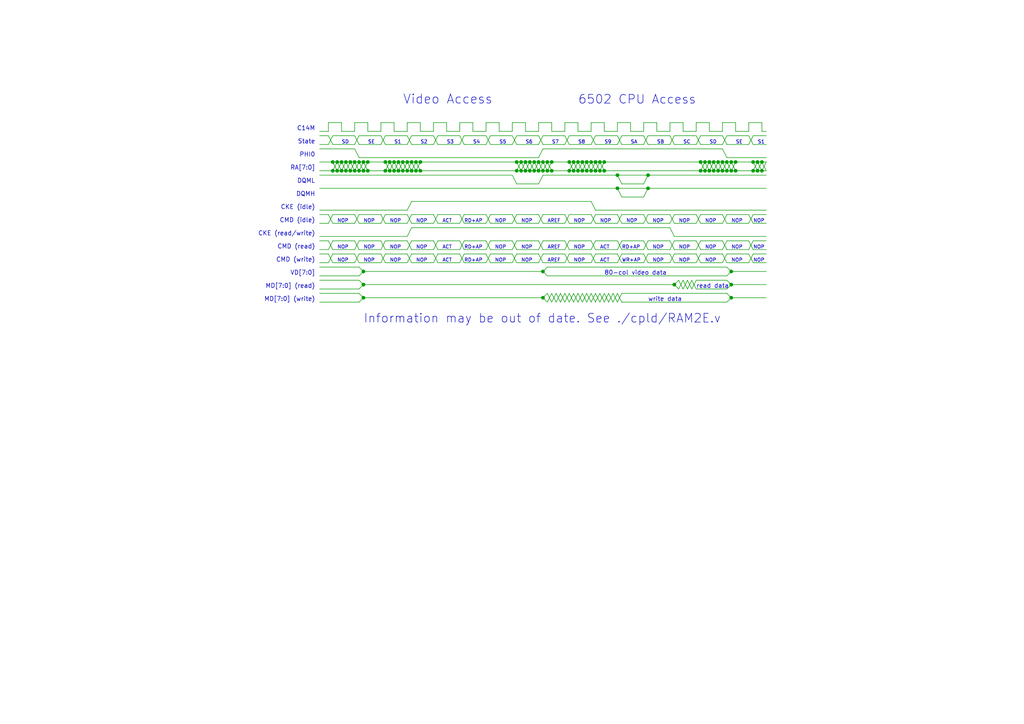
<source format=kicad_sch>
(kicad_sch (version 20230121) (generator eeschema)
  (paper "A4")
  (title_block (title "GW4203B (RAM2E II) - EPM240 / 5M240Z / AG256") (date "2023-10-21") (rev "2.1") (company "Garrett's Workshop"))
  (lib_symbols)
  (junction (at 219.71 49.53))
  (junction (at 157.48 49.53))
  (junction (at 203.2 46.99))
  (junction (at 172.72 49.53))
  (junction (at 168.91 49.53))
  (junction (at 120.65 46.99))
  (junction (at 116.84 46.99))
  (junction (at 111.76 46.99))
  (junction (at 119.38 46.99))
  (junction (at 187.96 54.61))
  (junction (at 212.09 46.99))
  (junction (at 167.64 49.53))
  (junction (at 104.14 49.53))
  (junction (at 118.11 49.53))
  (junction (at 160.02 46.99))
  (junction (at 210.82 49.53))
  (junction (at 158.75 46.99))
  (junction (at 102.87 49.53))
  (junction (at 97.79 46.99))
  (junction (at 218.44 49.53))
  (junction (at 96.52 46.99))
  (junction (at 153.67 46.99))
  (junction (at 105.41 86.36))
  (junction (at 175.26 46.99))
  (junction (at 212.09 82.55))
  (junction (at 153.67 49.53))
  (junction (at 104.14 46.99))
  (junction (at 173.99 49.53))
  (junction (at 105.41 46.99))
  (junction (at 207.01 49.53))
  (junction (at 218.44 46.99))
  (junction (at 160.02 49.53))
  (junction (at 99.06 46.99))
  (junction (at 156.21 49.53))
  (junction (at 165.1 49.53))
  (junction (at 179.07 54.61))
  (junction (at 116.84 49.53))
  (junction (at 101.6 46.99))
  (junction (at 157.48 86.36))
  (junction (at 152.4 46.99))
  (junction (at 195.58 82.55))
  (junction (at 168.91 46.99))
  (junction (at 149.86 46.99))
  (junction (at 204.47 49.53))
  (junction (at 209.55 49.53))
  (junction (at 120.65 49.53))
  (junction (at 151.13 46.99))
  (junction (at 175.26 49.53))
  (junction (at 101.6 49.53))
  (junction (at 179.07 50.8))
  (junction (at 172.72 46.99))
  (junction (at 118.11 46.99))
  (junction (at 154.94 49.53))
  (junction (at 113.03 46.99))
  (junction (at 220.98 49.53))
  (junction (at 187.96 50.8))
  (junction (at 173.99 46.99))
  (junction (at 166.37 49.53))
  (junction (at 114.3 49.53))
  (junction (at 97.79 49.53))
  (junction (at 154.94 46.99))
  (junction (at 100.33 49.53))
  (junction (at 170.18 49.53))
  (junction (at 152.4 49.53))
  (junction (at 209.55 46.99))
  (junction (at 207.01 46.99))
  (junction (at 212.09 78.74))
  (junction (at 111.76 49.53))
  (junction (at 96.52 49.53))
  (junction (at 99.06 49.53))
  (junction (at 105.41 78.74))
  (junction (at 166.37 46.99))
  (junction (at 167.64 46.99))
  (junction (at 102.87 46.99))
  (junction (at 212.09 86.36))
  (junction (at 204.47 46.99))
  (junction (at 213.36 46.99))
  (junction (at 157.48 78.74))
  (junction (at 100.33 46.99))
  (junction (at 105.41 49.53))
  (junction (at 119.38 49.53))
  (junction (at 106.68 46.99))
  (junction (at 121.92 49.53))
  (junction (at 213.36 49.53))
  (junction (at 212.09 49.53))
  (junction (at 171.45 49.53))
  (junction (at 149.86 49.53))
  (junction (at 114.3 46.99))
  (junction (at 210.82 46.99))
  (junction (at 156.21 46.99))
  (junction (at 219.71 46.99))
  (junction (at 170.18 46.99))
  (junction (at 157.48 46.99))
  (junction (at 115.57 49.53))
  (junction (at 208.28 49.53))
  (junction (at 171.45 46.99))
  (junction (at 220.98 46.99))
  (junction (at 115.57 46.99))
  (junction (at 205.74 49.53))
  (junction (at 121.92 46.99))
  (junction (at 205.74 46.99))
  (junction (at 106.68 49.53))
  (junction (at 208.28 46.99))
  (junction (at 158.75 49.53))
  (junction (at 105.41 82.55))
  (junction (at 113.03 49.53))
  (junction (at 151.13 49.53))
  (junction (at 203.2 49.53))
  (junction (at 165.1 46.99))
  (wire (pts (xy 92.71 81.28) (xy 104.14 81.28)))
  (wire (pts (xy 119.38 46.99) (xy 120.65 49.53)))
  (wire (pts (xy 194.31 38.1) (xy 194.31 35.56)))
  (wire (pts (xy 156.21 41.91) (xy 157.48 39.37)))
  (wire (pts (xy 180.34 53.34) (xy 186.69 53.34)))
  (wire (pts (xy 118.11 39.37) (xy 119.38 41.91)))
  (wire (pts (xy 171.45 76.2) (xy 172.72 73.66)))
  (wire (pts (xy 186.69 73.66) (xy 187.96 76.2)))
  (wire (pts (xy 171.45 35.56) (xy 175.26 35.56)))
  (wire (pts (xy 125.73 76.2) (xy 127 73.66)))
  (wire (pts (xy 157.48 78.74) (xy 158.75 77.47)))
  (wire (pts (xy 171.45 39.37) (xy 165.1 39.37)))
  (wire (pts (xy 114.3 38.1) (xy 118.11 38.1)))
  (wire (pts (xy 175.26 85.09) (xy 176.53 87.63)))
  (wire (pts (xy 172.72 64.77) (xy 179.07 64.77)))
  (wire (pts (xy 217.17 72.39) (xy 218.44 69.85)))
  (wire (pts (xy 102.87 73.66) (xy 104.14 76.2)))
  (wire (pts (xy 163.83 85.09) (xy 165.1 87.63)))
  (wire (pts (xy 210.82 72.39) (xy 217.17 72.39)))
  (wire (pts (xy 160.02 38.1) (xy 163.83 38.1)))
  (wire (pts (xy 200.66 83.82) (xy 201.93 81.28)))
  (wire (pts (xy 172.72 85.09) (xy 173.99 87.63)))
  (wire (pts (xy 186.69 76.2) (xy 187.96 73.66)))
  (wire (pts (xy 119.38 49.53) (xy 120.65 49.53)))
  (wire (pts (xy 179.07 69.85) (xy 180.34 72.39)))
  (wire (pts (xy 168.91 87.63) (xy 170.18 85.09)))
  (wire (pts (xy 203.2 46.99) (xy 204.47 49.53)))
  (wire (pts (xy 175.26 35.56) (xy 175.26 38.1)))
  (wire (pts (xy 118.11 73.66) (xy 111.76 73.66)))
  (wire (pts (xy 95.25 39.37) (xy 92.71 39.37)))
  (wire (pts (xy 160.02 85.09) (xy 161.29 87.63)))
  (wire (pts (xy 175.26 87.63) (xy 176.53 85.09)))
  (wire (pts (xy 99.06 49.53) (xy 100.33 49.53)))
  (wire (pts (xy 149.86 76.2) (xy 156.21 76.2)))
  (wire (pts (xy 207.01 49.53) (xy 208.28 46.99)))
  (wire (pts (xy 218.44 49.53) (xy 219.71 49.53)))
  (wire (pts (xy 133.35 72.39) (xy 134.62 69.85)))
  (wire (pts (xy 165.1 85.09) (xy 166.37 87.63)))
  (wire (pts (xy 200.66 81.28) (xy 201.93 83.82)))
  (wire (pts (xy 163.83 69.85) (xy 165.1 72.39)))
  (wire (pts (xy 96.52 46.99) (xy 97.79 49.53)))
  (wire (pts (xy 171.45 46.99) (xy 172.72 46.99)))
  (wire (pts (xy 104.14 49.53) (xy 105.41 46.99)))
  (wire (pts (xy 163.83 72.39) (xy 165.1 69.85)))
  (wire (pts (xy 133.35 73.66) (xy 134.62 76.2)))
  (wire (pts (xy 125.73 35.56) (xy 129.54 35.56)))
  (wire (pts (xy 212.09 82.55) (xy 210.82 83.82)))
  (wire (pts (xy 163.83 69.85) (xy 157.48 69.85)))
  (wire (pts (xy 203.2 64.77) (xy 209.55 64.77)))
  (wire (pts (xy 203.2 72.39) (xy 209.55 72.39)))
  (wire (pts (xy 125.73 72.39) (xy 127 69.85)))
  (wire (pts (xy 118.11 76.2) (xy 119.38 73.66)))
  (wire (pts (xy 194.31 76.2) (xy 195.58 73.66)))
  (wire (pts (xy 114.3 46.99) (xy 115.57 49.53)))
  (wire (pts (xy 125.73 62.23) (xy 127 64.77)))
  (wire (pts (xy 179.07 85.09) (xy 180.34 87.63)))
  (wire (pts (xy 209.55 49.53) (xy 210.82 49.53)))
  (wire (pts (xy 217.17 64.77) (xy 218.44 62.23)))
  (wire (pts (xy 102.87 43.18) (xy 104.14 45.72)))
  (wire (pts (xy 209.55 72.39) (xy 210.82 69.85)))
  (wire (pts (xy 120.65 46.99) (xy 121.92 49.53)))
  (wire (pts (xy 118.11 72.39) (xy 119.38 69.85)))
  (wire (pts (xy 176.53 87.63) (xy 177.8 85.09)))
  (wire (pts (xy 125.73 62.23) (xy 119.38 62.23)))
  (wire (pts (xy 156.21 45.72) (xy 157.48 43.18)))
  (wire (pts (xy 102.87 39.37) (xy 96.52 39.37)))
  (wire (pts (xy 116.84 49.53) (xy 118.11 49.53)))
  (wire (pts (xy 148.59 38.1) (xy 148.59 35.56)))
  (wire (pts (xy 195.58 72.39) (xy 201.93 72.39)))
  (wire (pts (xy 199.39 83.82) (xy 200.66 81.28)))
  (wire (pts (xy 166.37 46.99) (xy 167.64 46.99)))
  (wire (pts (xy 209.55 76.2) (xy 210.82 73.66)))
  (wire (pts (xy 179.07 76.2) (xy 180.34 73.66)))
  (wire (pts (xy 95.25 41.91) (xy 96.52 39.37)))
  (wire (pts (xy 171.45 38.1) (xy 171.45 35.56)))
  (wire (pts (xy 149.86 72.39) (xy 156.21 72.39)))
  (wire (pts (xy 218.44 64.77) (xy 222.25 64.77)))
  (wire (pts (xy 209.55 39.37) (xy 203.2 39.37)))
  (wire (pts (xy 133.35 62.23) (xy 134.62 64.77)))
  (wire (pts (xy 137.16 38.1) (xy 140.97 38.1)))
  (wire (pts (xy 187.96 50.8) (xy 222.25 50.8)))
  (wire (pts (xy 165.1 76.2) (xy 171.45 76.2)))
  (wire (pts (xy 222.25 73.66) (xy 218.44 73.66)))
  (wire (pts (xy 209.55 64.77) (xy 210.82 62.23)))
  (wire (pts (xy 96.52 46.99) (xy 97.79 46.99)))
  (wire (pts (xy 201.93 38.1) (xy 201.93 35.56)))
  (wire (pts (xy 100.33 49.53) (xy 101.6 49.53)))
  (wire (pts (xy 104.14 85.09) (xy 105.41 86.36)))
  (wire (pts (xy 134.62 41.91) (xy 140.97 41.91)))
  (wire (pts (xy 208.28 49.53) (xy 209.55 46.99)))
  (wire (pts (xy 137.16 35.56) (xy 137.16 38.1)))
  (wire (pts (xy 163.83 62.23) (xy 165.1 64.77)))
  (wire (pts (xy 148.59 39.37) (xy 149.86 41.91)))
  (wire (pts (xy 153.67 49.53) (xy 154.94 46.99)))
  (wire (pts (xy 172.72 87.63) (xy 173.99 85.09)))
  (wire (pts (xy 171.45 58.42) (xy 119.38 58.42)))
  (wire (pts (xy 209.55 73.66) (xy 203.2 73.66)))
  (wire (pts (xy 106.68 46.99) (xy 111.76 46.99)))
  (wire (pts (xy 95.25 62.23) (xy 92.71 62.23)))
  (wire (pts (xy 201.93 64.77) (xy 203.2 62.23)))
  (wire (pts (xy 156.21 39.37) (xy 149.86 39.37)))
  (wire (pts (xy 156.21 73.66) (xy 157.48 76.2)))
  (wire (pts (xy 194.31 69.85) (xy 187.96 69.85)))
  (wire (pts (xy 105.41 82.55) (xy 195.58 82.55)))
  (wire (pts (xy 220.98 46.99) (xy 222.25 49.53)))
  (wire (pts (xy 110.49 39.37) (xy 104.14 39.37)))
  (wire (pts (xy 171.45 39.37) (xy 172.72 41.91)))
  (wire (pts (xy 179.07 50.8) (xy 187.96 50.8)))
  (wire (pts (xy 166.37 49.53) (xy 167.64 49.53)))
  (wire (pts (xy 102.87 49.53) (xy 104.14 49.53)))
  (wire (pts (xy 95.25 76.2) (xy 92.71 76.2)))
  (wire (pts (xy 165.1 46.99) (xy 166.37 49.53)))
  (wire (pts (xy 140.97 69.85) (xy 134.62 69.85)))
  (wire (pts (xy 92.71 87.63) (xy 104.14 87.63)))
  (wire (pts (xy 175.26 49.53) (xy 203.2 49.53)))
  (wire (pts (xy 218.44 46.99) (xy 219.71 49.53)))
  (wire (pts (xy 95.25 72.39) (xy 96.52 69.85)))
  (wire (pts (xy 121.92 38.1) (xy 125.73 38.1)))
  (wire (pts (xy 167.64 35.56) (xy 167.64 38.1)))
  (wire (pts (xy 105.41 46.99) (xy 106.68 49.53)))
  (wire (pts (xy 186.69 57.15) (xy 187.96 54.61)))
  (wire (pts (xy 209.55 35.56) (xy 213.36 35.56)))
  (wire (pts (xy 102.87 72.39) (xy 104.14 69.85)))
  (wire (pts (xy 125.73 41.91) (xy 127 39.37)))
  (wire (pts (xy 195.58 41.91) (xy 201.93 41.91)))
  (wire (pts (xy 218.44 72.39) (xy 222.25 72.39)))
  (wire (pts (xy 152.4 35.56) (xy 152.4 38.1)))
  (wire (pts (xy 118.11 49.53) (xy 119.38 49.53)))
  (wire (pts (xy 172.72 41.91) (xy 179.07 41.91)))
  (wire (pts (xy 198.12 83.82) (xy 199.39 81.28)))
  (wire (pts (xy 201.93 73.66) (xy 195.58 73.66)))
  (wire (pts (xy 118.11 39.37) (xy 111.76 39.37)))
  (wire (pts (xy 209.55 46.99) (xy 210.82 46.99)))
  (wire (pts (xy 144.78 35.56) (xy 144.78 38.1)))
  (wire (pts (xy 92.71 83.82) (xy 104.14 83.82)))
  (wire (pts (xy 166.37 46.99) (xy 167.64 49.53)))
  (wire (pts (xy 201.93 41.91) (xy 203.2 39.37)))
  (wire (pts (xy 195.58 76.2) (xy 201.93 76.2)))
  (wire (pts (xy 105.41 49.53) (xy 106.68 49.53)))
  (wire (pts (xy 96.52 64.77) (xy 102.87 64.77)))
  (wire (pts (xy 96.52 49.53) (xy 97.79 46.99)))
  (wire (pts (xy 186.69 62.23) (xy 180.34 62.23)))
  (wire (pts (xy 133.35 76.2) (xy 134.62 73.66)))
  (wire (pts (xy 101.6 46.99) (xy 102.87 46.99)))
  (wire (pts (xy 142.24 72.39) (xy 148.59 72.39)))
  (wire (pts (xy 179.07 39.37) (xy 172.72 39.37)))
  (wire (pts (xy 217.17 62.23) (xy 210.82 62.23)))
  (wire (pts (xy 153.67 49.53) (xy 154.94 49.53)))
  (wire (pts (xy 113.03 46.99) (xy 114.3 46.99)))
  (wire (pts (xy 120.65 49.53) (xy 121.92 46.99)))
  (wire (pts (xy 142.24 41.91) (xy 148.59 41.91)))
  (wire (pts (xy 153.67 46.99) (xy 154.94 46.99)))
  (wire (pts (xy 113.03 49.53) (xy 114.3 46.99)))
  (wire (pts (xy 210.82 46.99) (xy 212.09 46.99)))
  (wire (pts (xy 118.11 73.66) (xy 119.38 76.2)))
  (wire (pts (xy 163.83 62.23) (xy 157.48 62.23)))
  (wire (pts (xy 134.62 72.39) (xy 140.97 72.39)))
  (wire (pts (xy 149.86 46.99) (xy 151.13 49.53)))
  (wire (pts (xy 171.45 41.91) (xy 172.72 39.37)))
  (wire (pts (xy 125.73 69.85) (xy 119.38 69.85)))
  (wire (pts (xy 151.13 49.53) (xy 152.4 46.99)))
  (wire (pts (xy 110.49 39.37) (xy 111.76 41.91)))
  (wire (pts (xy 222.25 69.85) (xy 218.44 69.85)))
  (wire (pts (xy 217.17 39.37) (xy 218.44 41.91)))
  (wire (pts (xy 92.71 54.61) (xy 179.07 54.61)))
  (wire (pts (xy 121.92 46.99) (xy 149.86 46.99)))
  (wire (pts (xy 209.55 43.18) (xy 210.82 45.72)))
  (wire (pts (xy 209.55 38.1) (xy 209.55 35.56)))
  (wire (pts (xy 170.18 85.09) (xy 171.45 87.63)))
  (wire (pts (xy 186.69 39.37) (xy 180.34 39.37)))
  (wire (pts (xy 167.64 85.09) (xy 168.91 87.63)))
  (wire (pts (xy 210.82 46.99) (xy 212.09 49.53)))
  (wire (pts (xy 212.09 46.99) (xy 213.36 46.99)))
  (wire (pts (xy 95.25 64.77) (xy 96.52 62.23)))
  (wire (pts (xy 92.71 50.8) (xy 148.59 50.8)))
  (wire (pts (xy 176.53 85.09) (xy 177.8 87.63)))
  (wire (pts (xy 212.09 86.36) (xy 210.82 87.63)))
  (wire (pts (xy 190.5 38.1) (xy 194.31 38.1)))
  (wire (pts (xy 152.4 46.99) (xy 153.67 46.99)))
  (wire (pts (xy 95.25 73.66) (xy 92.71 73.66)))
  (wire (pts (xy 179.07 50.8) (xy 180.34 53.34)))
  (wire (pts (xy 168.91 46.99) (xy 170.18 46.99)))
  (wire (pts (xy 96.52 41.91) (xy 102.87 41.91)))
  (wire (pts (xy 101.6 49.53) (xy 102.87 46.99)))
  (wire (pts (xy 170.18 49.53) (xy 171.45 46.99)))
  (wire (pts (xy 95.25 72.39) (xy 92.71 72.39)))
  (wire (pts (xy 217.17 35.56) (xy 220.98 35.56)))
  (wire (pts (xy 118.11 69.85) (xy 119.38 72.39)))
  (wire (pts (xy 203.2 76.2) (xy 209.55 76.2)))
  (wire (pts (xy 172.72 49.53) (xy 173.99 49.53)))
  (wire (pts (xy 114.3 35.56) (xy 114.3 38.1)))
  (wire (pts (xy 111.76 64.77) (xy 118.11 64.77)))
  (wire (pts (xy 204.47 46.99) (xy 205.74 46.99)))
  (wire (pts (xy 125.73 39.37) (xy 119.38 39.37)))
  (wire (pts (xy 114.3 49.53) (xy 115.57 49.53)))
  (wire (pts (xy 171.45 73.66) (xy 172.72 76.2)))
  (wire (pts (xy 186.69 39.37) (xy 187.96 41.91)))
  (wire (pts (xy 92.71 80.01) (xy 104.14 80.01)))
  (wire (pts (xy 212.09 49.53) (xy 213.36 46.99)))
  (wire (pts (xy 110.49 62.23) (xy 111.76 64.77)))
  (wire (pts (xy 101.6 49.53) (xy 102.87 49.53)))
  (wire (pts (xy 157.48 41.91) (xy 163.83 41.91)))
  (wire (pts (xy 171.45 58.42) (xy 172.72 60.96)))
  (wire (pts (xy 160.02 87.63) (xy 161.29 85.09)))
  (wire (pts (xy 111.76 49.53) (xy 113.03 49.53)))
  (wire (pts (xy 97.79 49.53) (xy 99.06 46.99)))
  (wire (pts (xy 166.37 49.53) (xy 167.64 46.99)))
  (wire (pts (xy 204.47 49.53) (xy 205.74 46.99)))
  (wire (pts (xy 212.09 82.55) (xy 222.25 82.55)))
  (wire (pts (xy 219.71 49.53) (xy 220.98 46.99)))
  (wire (pts (xy 167.64 46.99) (xy 168.91 49.53)))
  (wire (pts (xy 118.11 62.23) (xy 111.76 62.23)))
  (wire (pts (xy 118.11 41.91) (xy 119.38 39.37)))
  (wire (pts (xy 119.38 46.99) (xy 120.65 46.99)))
  (wire (pts (xy 219.71 46.99) (xy 220.98 49.53)))
  (wire (pts (xy 92.71 43.18) (xy 102.87 43.18)))
  (wire (pts (xy 173.99 49.53) (xy 175.26 49.53)))
  (wire (pts (xy 116.84 46.99) (xy 118.11 49.53)))
  (wire (pts (xy 179.07 54.61) (xy 180.34 57.15)))
  (wire (pts (xy 195.58 64.77) (xy 201.93 64.77)))
  (wire (pts (xy 95.25 76.2) (xy 96.52 73.66)))
  (wire (pts (xy 149.86 41.91) (xy 156.21 41.91)))
  (wire (pts (xy 212.09 49.53) (xy 213.36 49.53)))
  (wire (pts (xy 180.34 87.63) (xy 210.82 87.63)))
  (wire (pts (xy 95.25 38.1) (xy 92.71 38.1)))
  (wire (pts (xy 95.25 41.91) (xy 92.71 41.91)))
  (wire (pts (xy 201.93 83.82) (xy 210.82 83.82)))
  (wire (pts (xy 195.58 68.58) (xy 222.25 68.58)))
  (wire (pts (xy 111.76 46.99) (xy 113.03 46.99)))
  (wire (pts (xy 92.71 49.53) (xy 96.52 49.53)))
  (wire (pts (xy 163.83 39.37) (xy 157.48 39.37)))
  (wire (pts (xy 163.83 73.66) (xy 157.48 73.66)))
  (wire (pts (xy 180.34 41.91) (xy 186.69 41.91)))
  (wire (pts (xy 157.48 86.36) (xy 158.75 85.09)))
  (wire (pts (xy 194.31 64.77) (xy 195.58 62.23)))
  (wire (pts (xy 201.93 76.2) (xy 203.2 73.66)))
  (wire (pts (xy 100.33 49.53) (xy 101.6 46.99)))
  (wire (pts (xy 210.82 77.47) (xy 212.09 78.74)))
  (wire (pts (xy 140.97 39.37) (xy 142.24 41.91)))
  (wire (pts (xy 149.86 64.77) (xy 156.21 64.77)))
  (wire (pts (xy 209.55 39.37) (xy 210.82 41.91)))
  (wire (pts (xy 125.73 64.77) (xy 127 62.23)))
  (wire (pts (xy 104.14 72.39) (xy 110.49 72.39)))
  (wire (pts (xy 194.31 66.04) (xy 195.58 68.58)))
  (wire (pts (xy 179.07 39.37) (xy 180.34 41.91)))
  (wire (pts (xy 201.93 39.37) (xy 203.2 41.91)))
  (wire (pts (xy 119.38 76.2) (xy 125.73 76.2)))
  (wire (pts (xy 96.52 72.39) (xy 102.87 72.39)))
  (wire (pts (xy 105.41 86.36) (xy 104.14 87.63)))
  (wire (pts (xy 173.99 46.99) (xy 175.26 46.99)))
  (wire (pts (xy 148.59 50.8) (xy 149.86 53.34)))
  (wire (pts (xy 102.87 39.37) (xy 104.14 41.91)))
  (wire (pts (xy 218.44 76.2) (xy 222.25 76.2)))
  (wire (pts (xy 187.96 54.61) (xy 222.25 54.61)))
  (wire (pts (xy 187.96 41.91) (xy 194.31 41.91)))
  (wire (pts (xy 209.55 62.23) (xy 203.2 62.23)))
  (wire (pts (xy 157.48 50.8) (xy 179.07 50.8)))
  (wire (pts (xy 102.87 69.85) (xy 104.14 72.39)))
  (wire (pts (xy 115.57 49.53) (xy 116.84 49.53)))
  (wire (pts (xy 133.35 39.37) (xy 127 39.37)))
  (wire (pts (xy 196.85 81.28) (xy 198.12 83.82)))
  (wire (pts (xy 111.76 49.53) (xy 113.03 46.99)))
  (wire (pts (xy 99.06 46.99) (xy 100.33 46.99)))
  (wire (pts (xy 201.93 62.23) (xy 203.2 64.77)))
  (wire (pts (xy 118.11 38.1) (xy 118.11 35.56)))
  (wire (pts (xy 158.75 85.09) (xy 160.02 87.63)))
  (wire (pts (xy 148.59 64.77) (xy 149.86 62.23)))
  (wire (pts (xy 99.06 35.56) (xy 95.25 35.56)))
  (wire (pts (xy 134.62 76.2) (xy 140.97 76.2)))
  (wire (pts (xy 158.75 49.53) (xy 160.02 49.53)))
  (wire (pts (xy 95.25 39.37) (xy 96.52 41.91)))
  (wire (pts (xy 201.93 81.28) (xy 210.82 81.28)))
  (wire (pts (xy 190.5 35.56) (xy 190.5 38.1)))
  (wire (pts (xy 172.72 76.2) (xy 179.07 76.2)))
  (wire (pts (xy 163.83 73.66) (xy 165.1 76.2)))
  (wire (pts (xy 104.14 41.91) (xy 110.49 41.91)))
  (wire (pts (xy 163.83 35.56) (xy 167.64 35.56)))
  (wire (pts (xy 186.69 35.56) (xy 190.5 35.56)))
  (wire (pts (xy 133.35 38.1) (xy 133.35 35.56)))
  (wire (pts (xy 153.67 46.99) (xy 154.94 49.53)))
  (wire (pts (xy 127 41.91) (xy 133.35 41.91)))
  (wire (pts (xy 167.64 46.99) (xy 168.91 46.99)))
  (wire (pts (xy 120.65 46.99) (xy 121.92 46.99)))
  (wire (pts (xy 154.94 46.99) (xy 156.21 49.53)))
  (wire (pts (xy 168.91 85.09) (xy 170.18 87.63)))
  (wire (pts (xy 205.74 49.53) (xy 207.01 49.53)))
  (wire (pts (xy 100.33 46.99) (xy 101.6 46.99)))
  (wire (pts (xy 156.21 72.39) (xy 157.48 69.85)))
  (wire (pts (xy 157.48 72.39) (xy 163.83 72.39)))
  (wire (pts (xy 180.34 72.39) (xy 186.69 72.39)))
  (wire (pts (xy 187.96 64.77) (xy 194.31 64.77)))
  (wire (pts (xy 97.79 49.53) (xy 99.06 49.53)))
  (wire (pts (xy 156.21 73.66) (xy 149.86 73.66)))
  (wire (pts (xy 148.59 41.91) (xy 149.86 39.37)))
  (wire (pts (xy 179.07 35.56) (xy 182.88 35.56)))
  (wire (pts (xy 217.17 69.85) (xy 218.44 72.39)))
  (wire (pts (xy 119.38 49.53) (xy 120.65 46.99)))
  (wire (pts (xy 212.09 78.74) (xy 210.82 80.01)))
  (wire (pts (xy 157.48 43.18) (xy 209.55 43.18)))
  (wire (pts (xy 212.09 78.74) (xy 222.25 78.74)))
  (wire (pts (xy 209.55 69.85) (xy 210.82 72.39)))
  (wire (pts (xy 199.39 81.28) (xy 200.66 83.82)))
  (wire (pts (xy 140.97 35.56) (xy 144.78 35.56)))
  (wire (pts (xy 162.56 85.09) (xy 163.83 87.63)))
  (wire (pts (xy 115.57 46.99) (xy 116.84 49.53)))
  (wire (pts (xy 99.06 38.1) (xy 102.87 38.1)))
  (wire (pts (xy 157.48 46.99) (xy 158.75 46.99)))
  (wire (pts (xy 152.4 46.99) (xy 153.67 49.53)))
  (wire (pts (xy 194.31 73.66) (xy 195.58 76.2)))
  (wire (pts (xy 203.2 49.53) (xy 204.47 46.99)))
  (wire (pts (xy 158.75 80.01) (xy 210.82 80.01)))
  (wire (pts (xy 160.02 46.99) (xy 165.1 46.99)))
  (wire (pts (xy 194.31 72.39) (xy 195.58 69.85)))
  (wire (pts (xy 148.59 35.56) (xy 152.4 35.56)))
  (wire (pts (xy 157.48 86.36) (xy 105.41 86.36)))
  (wire (pts (xy 205.74 35.56) (xy 205.74 38.1)))
  (wire (pts (xy 203.2 49.53) (xy 204.47 49.53)))
  (wire (pts (xy 212.09 46.99) (xy 213.36 49.53)))
  (wire (pts (xy 194.31 73.66) (xy 187.96 73.66)))
  (wire (pts (xy 148.59 72.39) (xy 149.86 69.85)))
  (wire (pts (xy 104.14 64.77) (xy 110.49 64.77)))
  (wire (pts (xy 118.11 68.58) (xy 92.71 68.58)))
  (wire (pts (xy 210.82 85.09) (xy 212.09 86.36)))
  (wire (pts (xy 100.33 46.99) (xy 101.6 49.53)))
  (wire (pts (xy 105.41 82.55) (xy 104.14 83.82)))
  (wire (pts (xy 194.31 69.85) (xy 195.58 72.39)))
  (wire (pts (xy 156.21 39.37) (xy 157.48 41.91)))
  (wire (pts (xy 140.97 62.23) (xy 142.24 64.77)))
  (wire (pts (xy 217.17 39.37) (xy 210.82 39.37)))
  (wire (pts (xy 210.82 76.2) (xy 217.17 76.2)))
  (wire (pts (xy 110.49 76.2) (xy 111.76 73.66)))
  (wire (pts (xy 92.71 46.99) (xy 96.52 46.99)))
  (wire (pts (xy 177.8 85.09) (xy 179.07 87.63)))
  (wire (pts (xy 156.21 64.77) (xy 157.48 62.23)))
  (wire (pts (xy 156.21 46.99) (xy 157.48 49.53)))
  (wire (pts (xy 104.14 45.72) (xy 156.21 45.72)))
  (wire (pts (xy 157.48 78.74) (xy 158.75 80.01)))
  (wire (pts (xy 102.87 49.53) (xy 104.14 46.99)))
  (wire (pts (xy 210.82 81.28) (xy 212.09 82.55)))
  (wire (pts (xy 173.99 85.09) (xy 175.26 87.63)))
  (wire (pts (xy 156.21 46.99) (xy 157.48 46.99)))
  (wire (pts (xy 110.49 64.77) (xy 111.76 62.23)))
  (wire (pts (xy 186.69 41.91) (xy 187.96 39.37)))
  (wire (pts (xy 97.79 46.99) (xy 99.06 46.99)))
  (wire (pts (xy 105.41 49.53) (xy 106.68 46.99)))
  (wire (pts (xy 179.07 72.39) (xy 180.34 69.85)))
  (wire (pts (xy 110.49 69.85) (xy 111.76 72.39)))
  (wire (pts (xy 205.74 46.99) (xy 207.01 49.53)))
  (wire (pts (xy 156.21 38.1) (xy 156.21 35.56)))
  (wire (pts (xy 95.25 69.85) (xy 96.52 72.39)))
  (wire (pts (xy 195.58 82.55) (xy 196.85 81.28)))
  (wire (pts (xy 220.98 49.53) (xy 222.25 46.99)))
  (wire (pts (xy 99.06 35.56) (xy 99.06 38.1)))
  (wire (pts (xy 125.73 73.66) (xy 119.38 73.66)))
  (wire (pts (xy 142.24 76.2) (xy 148.59 76.2)))
  (wire (pts (xy 118.11 60.96) (xy 92.71 60.96)))
  (wire (pts (xy 165.1 87.63) (xy 166.37 85.09)))
  (wire (pts (xy 201.93 39.37) (xy 195.58 39.37)))
  (wire (pts (xy 111.76 72.39) (xy 118.11 72.39)))
  (wire (pts (xy 127 76.2) (xy 133.35 76.2)))
  (wire (pts (xy 133.35 69.85) (xy 127 69.85)))
  (wire (pts (xy 171.45 64.77) (xy 172.72 62.23)))
  (wire (pts (xy 210.82 41.91) (xy 217.17 41.91)))
  (wire (pts (xy 220.98 35.56) (xy 220.98 38.1)))
  (wire (pts (xy 140.97 73.66) (xy 142.24 76.2)))
  (wire (pts (xy 148.59 62.23) (xy 149.86 64.77)))
  (wire (pts (xy 106.68 38.1) (xy 110.49 38.1)))
  (wire (pts (xy 163.83 64.77) (xy 165.1 62.23)))
  (wire (pts (xy 119.38 41.91) (xy 125.73 41.91)))
  (wire (pts (xy 194.31 39.37) (xy 187.96 39.37)))
  (wire (pts (xy 198.12 35.56) (xy 198.12 38.1)))
  (wire (pts (xy 179.07 64.77) (xy 180.34 62.23)))
  (wire (pts (xy 121.92 49.53) (xy 149.86 49.53)))
  (wire (pts (xy 171.45 69.85) (xy 172.72 72.39)))
  (wire (pts (xy 95.25 64.77) (xy 92.71 64.77)))
  (wire (pts (xy 111.76 76.2) (xy 118.11 76.2)))
  (wire (pts (xy 111.76 46.99) (xy 113.03 49.53)))
  (wire (pts (xy 127 72.39) (xy 133.35 72.39)))
  (wire (pts (xy 170.18 46.99) (xy 171.45 49.53)))
  (wire (pts (xy 148.59 62.23) (xy 142.24 62.23)))
  (wire (pts (xy 158.75 87.63) (xy 160.02 85.09)))
  (wire (pts (xy 119.38 58.42) (xy 118.11 60.96)))
  (wire (pts (xy 118.11 49.53) (xy 119.38 46.99)))
  (wire (pts (xy 171.45 85.09) (xy 172.72 87.63)))
  (wire (pts (xy 171.45 72.39) (xy 172.72 69.85)))
  (wire (pts (xy 156.21 76.2) (xy 157.48 73.66)))
  (wire (pts (xy 186.69 69.85) (xy 187.96 72.39)))
  (wire (pts (xy 217.17 69.85) (xy 210.82 69.85)))
  (wire (pts (xy 121.92 35.56) (xy 121.92 38.1)))
  (wire (pts (xy 102.87 35.56) (xy 106.68 35.56)))
  (wire (pts (xy 209.55 49.53) (xy 210.82 46.99)))
  (wire (pts (xy 201.93 69.85) (xy 203.2 72.39)))
  (wire (pts (xy 104.14 81.28) (xy 105.41 82.55)))
  (wire (pts (xy 156.21 35.56) (xy 160.02 35.56)))
  (wire (pts (xy 179.07 54.61) (xy 187.96 54.61)))
  (wire (pts (xy 168.91 49.53) (xy 170.18 49.53)))
  (wire (pts (xy 222.25 39.37) (xy 218.44 39.37)))
  (wire (pts (xy 92.71 77.47) (xy 104.14 77.47)))
  (wire (pts (xy 162.56 87.63) (xy 163.83 85.09)))
  (wire (pts (xy 119.38 72.39) (xy 125.73 72.39)))
  (wire (pts (xy 195.58 82.55) (xy 196.85 83.82)))
  (wire (pts (xy 102.87 69.85) (xy 96.52 69.85)))
  (wire (pts (xy 194.31 62.23) (xy 187.96 62.23)))
  (wire (pts (xy 152.4 49.53) (xy 153.67 46.99)))
  (wire (pts (xy 175.26 46.99) (xy 203.2 46.99)))
  (wire (pts (xy 133.35 41.91) (xy 134.62 39.37)))
  (wire (pts (xy 179.07 62.23) (xy 180.34 64.77)))
  (wire (pts (xy 113.03 46.99) (xy 114.3 49.53)))
  (wire (pts (xy 119.38 64.77) (xy 125.73 64.77)))
  (wire (pts (xy 95.25 73.66) (xy 96.52 76.2)))
  (wire (pts (xy 148.59 76.2) (xy 149.86 73.66)))
  (wire (pts (xy 144.78 38.1) (xy 148.59 38.1)))
  (wire (pts (xy 116.84 46.99) (xy 118.11 46.99)))
  (wire (pts (xy 205.74 46.99) (xy 207.01 46.99)))
  (wire (pts (xy 118.11 69.85) (xy 111.76 69.85)))
  (wire (pts (xy 106.68 35.56) (xy 106.68 38.1)))
  (wire (pts (xy 201.93 62.23) (xy 195.58 62.23)))
  (wire (pts (xy 210.82 64.77) (xy 217.17 64.77)))
  (wire (pts (xy 210.82 45.72) (xy 222.25 45.72)))
  (wire (pts (xy 120.65 49.53) (xy 121.92 49.53)))
  (wire (pts (xy 166.37 85.09) (xy 167.64 87.63)))
  (wire (pts (xy 102.87 62.23) (xy 96.52 62.23)))
  (wire (pts (xy 154.94 49.53) (xy 156.21 49.53)))
  (wire (pts (xy 220.98 38.1) (xy 222.25 38.1)))
  (wire (pts (xy 220.98 46.99) (xy 222.25 46.99)))
  (wire (pts (xy 196.85 83.82) (xy 198.12 81.28)))
  (wire (pts (xy 219.71 46.99) (xy 220.98 46.99)))
  (wire (pts (xy 99.06 49.53) (xy 100.33 46.99)))
  (wire (pts (xy 104.14 77.47) (xy 105.41 78.74)))
  (wire (pts (xy 163.83 76.2) (xy 165.1 73.66)))
  (wire (pts (xy 105.41 78.74) (xy 157.48 78.74)))
  (wire (pts (xy 172.72 72.39) (xy 179.07 72.39)))
  (wire (pts (xy 208.28 46.99) (xy 209.55 49.53)))
  (wire (pts (xy 163.83 41.91) (xy 165.1 39.37)))
  (wire (pts (xy 118.11 46.99) (xy 119.38 49.53)))
  (wire (pts (xy 140.97 76.2) (xy 142.24 73.66)))
  (wire (pts (xy 96.52 49.53) (xy 97.79 49.53)))
  (wire (pts (xy 171.45 49.53) (xy 172.72 49.53)))
  (wire (pts (xy 167.64 49.53) (xy 168.91 46.99)))
  (wire (pts (xy 207.01 46.99) (xy 208.28 46.99)))
  (wire (pts (xy 201.93 73.66) (xy 203.2 76.2)))
  (wire (pts (xy 217.17 73.66) (xy 218.44 76.2)))
  (wire (pts (xy 119.38 66.04) (xy 118.11 68.58)))
  (wire (pts (xy 102.87 73.66) (xy 96.52 73.66)))
  (wire (pts (xy 125.73 38.1) (xy 125.73 35.56)))
  (wire (pts (xy 213.36 38.1) (xy 217.17 38.1)))
  (wire (pts (xy 201.93 72.39) (xy 203.2 69.85)))
  (wire (pts (xy 158.75 46.99) (xy 160.02 49.53)))
  (wire (pts (xy 187.96 76.2) (xy 194.31 76.2)))
  (wire (pts (xy 101.6 46.99) (xy 102.87 49.53)))
  (wire (pts (xy 133.35 62.23) (xy 127 62.23)))
  (wire (pts (xy 209.55 73.66) (xy 210.82 76.2)))
  (wire (pts (xy 179.07 69.85) (xy 172.72 69.85)))
  (wire (pts (xy 179.07 73.66) (xy 180.34 76.2)))
  (wire (pts (xy 165.1 41.91) (xy 171.45 41.91)))
  (wire (pts (xy 102.87 46.99) (xy 104.14 49.53)))
  (wire (pts (xy 209.55 41.91) (xy 210.82 39.37)))
  (wire (pts (xy 157.48 86.36) (xy 158.75 87.63)))
  (wire (pts (xy 166.37 87.63) (xy 167.64 85.09)))
  (wire (pts (xy 148.59 69.85) (xy 149.86 72.39)))
  (wire (pts (xy 204.47 49.53) (xy 205.74 49.53)))
  (wire (pts (xy 186.69 53.34) (xy 187.96 50.8)))
  (wire (pts (xy 165.1 72.39) (xy 171.45 72.39)))
  (wire (pts (xy 157.48 64.77) (xy 163.83 64.77)))
  (wire (pts (xy 157.48 76.2) (xy 163.83 76.2)))
  (wire (pts (xy 118.11 64.77) (xy 119.38 62.23)))
  (wire (pts (xy 179.07 62.23) (xy 172.72 62.23)))
  (wire (pts (xy 182.88 35.56) (xy 182.88 38.1)))
  (wire (pts (xy 140.97 62.23) (xy 134.62 62.23)))
  (wire (pts (xy 148.59 73.66) (xy 149.86 76.2)))
  (wire (pts (xy 149.86 53.34) (xy 156.21 53.34)))
  (wire (pts (xy 173.99 87.63) (xy 175.26 85.09)))
  (wire (pts (xy 203.2 41.91) (xy 209.55 41.91)))
  (wire (pts (xy 156.21 53.34) (xy 157.48 50.8)))
  (wire (pts (xy 179.07 41.91) (xy 180.34 39.37)))
  (wire (pts (xy 168.91 49.53) (xy 170.18 46.99)))
  (wire (pts (xy 165.1 49.53) (xy 166.37 46.99)))
  (wire (pts (xy 110.49 35.56) (xy 114.3 35.56)))
  (wire (pts (xy 140.97 69.85) (xy 142.24 72.39)))
  (wire (pts (xy 186.69 38.1) (xy 186.69 35.56)))
  (wire (pts (xy 115.57 49.53) (xy 116.84 46.99)))
  (wire (pts (xy 133.35 73.66) (xy 127 73.66)))
  (wire (pts (xy 156.21 49.53) (xy 157.48 46.99)))
  (wire (pts (xy 209.55 62.23) (xy 210.82 64.77)))
  (wire (pts (xy 149.86 49.53) (xy 151.13 46.99)))
  (wire (pts (xy 104.14 49.53) (xy 105.41 49.53)))
  (wire (pts (xy 158.75 49.53) (xy 160.02 46.99)))
  (wire (pts (xy 219.71 49.53) (xy 220.98 49.53)))
  (wire (pts (xy 161.29 87.63) (xy 162.56 85.09)))
  (wire (pts (xy 154.94 49.53) (xy 156.21 46.99)))
  (wire (pts (xy 163.83 87.63) (xy 165.1 85.09)))
  (wire (pts (xy 140.97 41.91) (xy 142.24 39.37)))
  (wire (pts (xy 149.86 46.99) (xy 151.13 46.99)))
  (wire (pts (xy 217.17 62.23) (xy 218.44 64.77)))
  (wire (pts (xy 213.36 49.53) (xy 218.44 49.53)))
  (wire (pts (xy 167.64 49.53) (xy 168.91 49.53)))
  (wire (pts (xy 133.35 64.77) (xy 134.62 62.23)))
  (wire (pts (xy 95.25 62.23) (xy 96.52 64.77)))
  (wire (pts (xy 114.3 46.99) (xy 115.57 46.99)))
  (wire (pts (xy 148.59 73.66) (xy 142.24 73.66)))
  (wire (pts (xy 180.34 85.09) (xy 210.82 85.09)))
  (wire (pts (xy 207.01 46.99) (xy 208.28 49.53)))
  (wire (pts (xy 217.17 38.1) (xy 217.17 35.56)))
  (wire (pts (xy 140.97 39.37) (xy 134.62 39.37)))
  (wire (pts (xy 157.48 49.53) (xy 158.75 49.53)))
  (wire (pts (xy 172.72 46.99) (xy 173.99 46.99)))
  (wire (pts (xy 115.57 46.99) (xy 116.84 46.99)))
  (wire (pts (xy 186.69 64.77) (xy 187.96 62.23)))
  (wire (pts (xy 118.11 62.23) (xy 119.38 64.77)))
  (wire (pts (xy 154.94 46.99) (xy 156.21 46.99)))
  (wire (pts (xy 203.2 46.99) (xy 204.47 46.99)))
  (wire (pts (xy 204.47 46.99) (xy 205.74 49.53)))
  (wire (pts (xy 148.59 69.85) (xy 142.24 69.85)))
  (wire (pts (xy 163.83 39.37) (xy 165.1 41.91)))
  (wire (pts (xy 172.72 60.96) (xy 222.25 60.96)))
  (wire (pts (xy 102.87 76.2) (xy 104.14 73.66)))
  (wire (pts (xy 118.11 46.99) (xy 119.38 46.99)))
  (wire (pts (xy 170.18 87.63) (xy 171.45 85.09)))
  (wire (pts (xy 160.02 49.53) (xy 165.1 49.53)))
  (wire (pts (xy 110.49 69.85) (xy 104.14 69.85)))
  (wire (pts (xy 222.25 62.23) (xy 218.44 62.23)))
  (wire (pts (xy 129.54 35.56) (xy 129.54 38.1)))
  (wire (pts (xy 180.34 57.15) (xy 186.69 57.15)))
  (wire (pts (xy 186.69 73.66) (xy 180.34 73.66)))
  (wire (pts (xy 172.72 49.53) (xy 173.99 46.99)))
  (wire (pts (xy 182.88 38.1) (xy 186.69 38.1)))
  (wire (pts (xy 129.54 38.1) (xy 133.35 38.1)))
  (wire (pts (xy 217.17 73.66) (xy 210.82 73.66)))
  (wire (pts (xy 140.97 38.1) (xy 140.97 35.56)))
  (wire (pts (xy 152.4 49.53) (xy 153.67 49.53)))
  (wire (pts (xy 175.26 38.1) (xy 179.07 38.1)))
  (wire (pts (xy 156.21 69.85) (xy 149.86 69.85)))
  (wire (pts (xy 198.12 38.1) (xy 201.93 38.1)))
  (wire (pts (xy 102.87 46.99) (xy 104.14 46.99)))
  (wire (pts (xy 110.49 73.66) (xy 111.76 76.2)))
  (wire (pts (xy 106.68 49.53) (xy 111.76 49.53)))
  (wire (pts (xy 96.52 76.2) (xy 102.87 76.2)))
  (wire (pts (xy 180.34 76.2) (xy 186.69 76.2)))
  (wire (pts (xy 157.48 49.53) (xy 158.75 46.99)))
  (wire (pts (xy 179.07 38.1) (xy 179.07 35.56)))
  (wire (pts (xy 125.73 39.37) (xy 127 41.91)))
  (wire (pts (xy 208.28 49.53) (xy 209.55 49.53)))
  (wire (pts (xy 140.97 72.39) (xy 142.24 69.85)))
  (wire (pts (xy 194.31 62.23) (xy 195.58 64.77)))
  (wire (pts (xy 134.62 64.77) (xy 140.97 64.77)))
  (wire (pts (xy 156.21 69.85) (xy 157.48 72.39)))
  (wire (pts (xy 213.36 35.56) (xy 213.36 38.1)))
  (wire (pts (xy 110.49 38.1) (xy 110.49 35.56)))
  (wire (pts (xy 95.25 35.56) (xy 95.25 38.1)))
  (wire (pts (xy 205.74 49.53) (xy 207.01 46.99)))
  (wire (pts (xy 133.35 35.56) (xy 137.16 35.56)))
  (wire (pts (xy 105.41 78.74) (xy 104.14 80.01)))
  (wire (pts (xy 210.82 49.53) (xy 212.09 46.99)))
  (wire (pts (xy 127 64.77) (xy 133.35 64.77)))
  (wire (pts (xy 171.45 49.53) (xy 172.72 46.99)))
  (wire (pts (xy 180.34 64.77) (xy 186.69 64.77)))
  (wire (pts (xy 170.18 46.99) (xy 171.45 46.99)))
  (wire (pts (xy 212.09 86.36) (xy 222.25 86.36)))
  (wire (pts (xy 133.35 39.37) (xy 134.62 41.91)))
  (wire (pts (xy 151.13 46.99) (xy 152.4 49.53)))
  (wire (pts (xy 165.1 46.99) (xy 166.37 46.99)))
  (wire (pts (xy 217.17 76.2) (xy 218.44 73.66)))
  (wire (pts (xy 102.87 64.77) (xy 104.14 62.23)))
  (wire (pts (xy 201.93 35.56) (xy 205.74 35.56)))
  (wire (pts (xy 152.4 38.1) (xy 156.21 38.1)))
  (wire (pts (xy 157.48 46.99) (xy 158.75 49.53)))
  (wire (pts (xy 220.98 49.53) (xy 222.25 49.53)))
  (wire (pts (xy 110.49 62.23) (xy 104.14 62.23)))
  (wire (pts (xy 217.17 41.91) (xy 218.44 39.37)))
  (wire (pts (xy 177.8 87.63) (xy 179.07 85.09)))
  (wire (pts (xy 173.99 46.99) (xy 175.26 49.53)))
  (wire (pts (xy 171.45 46.99) (xy 172.72 49.53)))
  (wire (pts (xy 102.87 62.23) (xy 104.14 64.77)))
  (wire (pts (xy 110.49 72.39) (xy 111.76 69.85)))
  (wire (pts (xy 186.69 72.39) (xy 187.96 69.85)))
  (wire (pts (xy 113.03 49.53) (xy 114.3 49.53)))
  (wire (pts (xy 207.01 49.53) (xy 208.28 49.53)))
  (wire (pts (xy 218.44 49.53) (xy 219.71 46.99)))
  (wire (pts (xy 158.75 46.99) (xy 160.02 46.99)))
  (wire (pts (xy 148.59 39.37) (xy 142.24 39.37)))
  (wire (pts (xy 186.69 62.23) (xy 187.96 64.77)))
  (wire (pts (xy 125.73 73.66) (xy 127 76.2)))
  (wire (pts (xy 151.13 49.53) (xy 152.4 49.53)))
  (wire (pts (xy 111.76 41.91) (xy 118.11 41.91)))
  (wire (pts (xy 179.07 87.63) (xy 180.34 85.09)))
  (wire (pts (xy 151.13 46.99) (xy 152.4 46.99)))
  (wire (pts (xy 213.36 46.99) (xy 218.44 46.99)))
  (wire (pts (xy 165.1 64.77) (xy 171.45 64.77)))
  (wire (pts (xy 194.31 66.04) (xy 119.38 66.04)))
  (wire (pts (xy 208.28 46.99) (xy 209.55 46.99)))
  (wire (pts (xy 173.99 49.53) (xy 175.26 46.99)))
  (wire (pts (xy 194.31 35.56) (xy 198.12 35.56)))
  (wire (pts (xy 95.25 69.85) (xy 92.71 69.85)))
  (wire (pts (xy 179.07 73.66) (xy 172.72 73.66)))
  (wire (pts (xy 97.79 46.99) (xy 99.06 49.53)))
  (wire (pts (xy 102.87 38.1) (xy 102.87 35.56)))
  (wire (pts (xy 218.44 41.91) (xy 222.25 41.91)))
  (wire (pts (xy 110.49 41.91) (xy 111.76 39.37)))
  (wire (pts (xy 194.31 41.91) (xy 195.58 39.37)))
  (wire (pts (xy 99.06 46.99) (xy 100.33 49.53)))
  (wire (pts (xy 116.84 49.53) (xy 118.11 46.99)))
  (wire (pts (xy 194.31 39.37) (xy 195.58 41.91)))
  (wire (pts (xy 171.45 73.66) (xy 165.1 73.66)))
  (wire (pts (xy 133.35 69.85) (xy 134.62 72.39)))
  (wire (pts (xy 218.44 46.99) (xy 219.71 46.99)))
  (wire (pts (xy 171.45 62.23) (xy 172.72 64.77)))
  (wire (pts (xy 158.75 77.47) (xy 210.82 77.47)))
  (wire (pts (xy 160.02 35.56) (xy 160.02 38.1)))
  (wire (pts (xy 104.14 46.99) (xy 105.41 49.53)))
  (wire (pts (xy 125.73 69.85) (xy 127 72.39)))
  (wire (pts (xy 186.69 69.85) (xy 180.34 69.85)))
  (wire (pts (xy 142.24 64.77) (xy 148.59 64.77)))
  (wire (pts (xy 167.64 87.63) (xy 168.91 85.09)))
  (wire (pts (xy 187.96 72.39) (xy 194.31 72.39)))
  (wire (pts (xy 198.12 81.28) (xy 199.39 83.82)))
  (wire (pts (xy 165.1 49.53) (xy 166.37 49.53)))
  (wire (pts (xy 201.93 69.85) (xy 195.58 69.85)))
  (wire (pts (xy 170.18 49.53) (xy 171.45 49.53)))
  (wire (pts (xy 167.64 38.1) (xy 171.45 38.1)))
  (wire (pts (xy 171.45 69.85) (xy 165.1 69.85)))
  (wire (pts (xy 104.14 76.2) (xy 110.49 76.2)))
  (wire (pts (xy 171.45 87.63) (xy 172.72 85.09)))
  (wire (pts (xy 105.41 46.99) (xy 106.68 46.99)))
  (wire (pts (xy 209.55 46.99) (xy 210.82 49.53)))
  (wire (pts (xy 172.72 46.99) (xy 173.99 49.53)))
  (wire (pts (xy 163.83 38.1) (xy 163.83 35.56)))
  (wire (pts (xy 114.3 49.53) (xy 115.57 46.99)))
  (wire (pts (xy 168.91 46.99) (xy 170.18 49.53)))
  (wire (pts (xy 156.21 62.23) (xy 157.48 64.77)))
  (wire (pts (xy 140.97 73.66) (xy 134.62 73.66)))
  (wire (pts (xy 104.14 46.99) (xy 105.41 46.99)))
  (wire (pts (xy 209.55 69.85) (xy 203.2 69.85)))
  (wire (pts (xy 171.45 62.23) (xy 165.1 62.23)))
  (wire (pts (xy 110.49 73.66) (xy 104.14 73.66)))
  (wire (pts (xy 149.86 49.53) (xy 151.13 49.53)))
  (wire (pts (xy 156.21 62.23) (xy 149.86 62.23)))
  (wire (pts (xy 161.29 85.09) (xy 162.56 87.63)))
  (wire (pts (xy 92.71 85.09) (xy 104.14 85.09)))
  (wire (pts (xy 210.82 49.53) (xy 212.09 49.53)))
  (wire (pts (xy 118.11 35.56) (xy 121.92 35.56)))
  (wire (pts (xy 205.74 38.1) (xy 209.55 38.1)))
  (wire (pts (xy 156.21 49.53) (xy 157.48 49.53)))
  (wire (pts (xy 140.97 64.77) (xy 142.24 62.23)))
  (wire (pts (xy 102.87 41.91) (xy 104.14 39.37)))
  (text "NOP" (at 204.47 76.2 0) (effects (font (size 1.016 1.016)) (justify left bottom)))
  (text "NOP" (at 212.09 76.2 0) (effects (font (size 1.016 1.016)) (justify left bottom)))
  (text "ACT" (at 128.27 72.39 0) (effects (font (size 1.016 1.016)) (justify left bottom)))
  (text "ACT" (at 173.99 72.39 0) (effects (font (size 1.016 1.016)) (justify left bottom)))
  (text "NOP" (at 218.44 72.39 0) (effects (font (size 1.016 1.016)) (justify left bottom)))
  (text "NOP" (at 189.23 76.2 0) (effects (font (size 1.016 1.016)) (justify left bottom)))
  (text "State" (at 91.44 41.91 0) (effects (font (size 1.27 1.27)) (justify right bottom)))
  (text "SD" (at 99.06 41.91 0) (effects (font (size 1.016 1.016)) (justify left bottom)))
  (text "DQMH" (at 91.44 57.15 0) (effects (font (size 1.27 1.27)) (justify right bottom)))
  (text "VD[7:0]" (at 91.44 80.01 0) (effects (font (size 1.27 1.27)) (justify right bottom)))
  (text "NOP" (at 105.41 64.77 0) (effects (font (size 1.016 1.016)) (justify left bottom)))
  (text "NOP" (at 212.09 64.77 0) (effects (font (size 1.016 1.016)) (justify left bottom)))
  (text "RA[7:0]" (at 91.44 49.53 0) (effects (font (size 1.27 1.27)) (justify right bottom)))
  (text "NOP" (at 166.37 72.39 0) (effects (font (size 1.016 1.016)) (justify left bottom)))
  (text "CMD (idle)" (at 91.44 64.77 0) (effects (font (size 1.27 1.27)) (justify right bottom)))
  (text "NOP" (at 181.61 64.77 0) (effects (font (size 1.016 1.016)) (justify left bottom)))
  (text "S6" (at 152.4 41.91 0) (effects (font (size 1.016 1.016)) (justify left bottom)))
  (text "NOP" (at 196.85 64.77 0) (effects (font (size 1.016 1.016)) (justify left bottom)))
  (text "NOP" (at 189.23 64.77 0) (effects (font (size 1.016 1.016)) (justify left bottom)))
  (text "NOP" (at 120.65 72.39 0) (effects (font (size 1.016 1.016)) (justify left bottom)))
  (text "NOP" (at 143.51 72.39 0) (effects (font (size 1.016 1.016)) (justify left bottom)))
  (text "6502 CPU Access" (at 167.64 30.48 0) (effects (font (size 2.54 2.54)) (justify left bottom)))
  (text "NOP" (at 218.44 76.2 0) (effects (font (size 1.016 1.016)) (justify left bottom)))
  (text "MD[7:0] (read)" (at 91.44 83.82 0) (effects (font (size 1.27 1.27)) (justify right bottom)))
  (text "S3" (at 129.54 41.91 0) (effects (font (size 1.016 1.016)) (justify left bottom)))
  (text "NOP" (at 173.99 64.77 0) (effects (font (size 1.016 1.016)) (justify left bottom)))
  (text "S8" (at 167.64 41.91 0) (effects (font (size 1.016 1.016)) (justify left bottom)))
  (text "SC" (at 198.12 41.91 0) (effects (font (size 1.016 1.016)) (justify left bottom)))
  (text "NOP" (at 151.13 72.39 0) (effects (font (size 1.016 1.016)) (justify left bottom)))
  (text "AREF" (at 158.75 72.39 0) (effects (font (size 1.016 1.016)) (justify left bottom)))
  (text "RD+AP" (at 134.62 64.77 0) (effects (font (size 1.016 1.016)) (justify left bottom)))
  (text "NOP" (at 212.09 72.39 0) (effects (font (size 1.016 1.016)) (justify left bottom)))
  (text "ACT" (at 128.27 64.77 0) (effects (font (size 1.016 1.016)) (justify left bottom)))
  (text "NOP" (at 120.65 76.2 0) (effects (font (size 1.016 1.016)) (justify left bottom)))
  (text "RD+AP" (at 134.62 72.39 0) (effects (font (size 1.016 1.016)) (justify left bottom)))
  (text "NOP" (at 151.13 76.2 0) (effects (font (size 1.016 1.016)) (justify left bottom)))
  (text "NOP" (at 97.79 64.77 0) (effects (font (size 1.016 1.016)) (justify left bottom)))
  (text "WR+AP" (at 180.34 76.2 0) (effects (font (size 1.016 1.016)) (justify left bottom)))
  (text "ACT" (at 128.27 76.2 0) (effects (font (size 1.016 1.016)) (justify left bottom)))
  (text "MD[7:0] (write)" (at 91.44 87.63 0) (effects (font (size 1.27 1.27)) (justify right bottom)))
  (text "NOP" (at 143.51 76.2 0) (effects (font (size 1.016 1.016)) (justify left bottom)))
  (text "NOP" (at 166.37 64.77 0) (effects (font (size 1.016 1.016)) (justify left bottom)))
  (text "SB" (at 190.5 41.91 0) (effects (font (size 1.016 1.016)) (justify left bottom)))
  (text "SD" (at 205.74 41.91 0) (effects (font (size 1.016 1.016)) (justify left bottom)))
  (text "C14M" (at 91.44 38.1 0) (effects (font (size 1.27 1.27)) (justify right bottom)))
  (text "AREF" (at 158.75 76.2 0) (effects (font (size 1.016 1.016)) (justify left bottom)))
  (text "AREF" (at 158.75 64.77 0) (effects (font (size 1.016 1.016)) (justify left bottom)))
  (text "NOP" (at 113.03 72.39 0) (effects (font (size 1.016 1.016)) (justify left bottom)))
  (text "S1" (at 114.3 41.91 0) (effects (font (size 1.016 1.016)) (justify left bottom)))
  (text "S5" (at 144.78 41.91 0) (effects (font (size 1.016 1.016)) (justify left bottom)))
  (text "NOP" (at 204.47 64.77 0) (effects (font (size 1.016 1.016)) (justify left bottom)))
  (text "SE" (at 106.68 41.91 0) (effects (font (size 1.016 1.016)) (justify left bottom)))
  (text "NOP" (at 113.03 76.2 0) (effects (font (size 1.016 1.016)) (justify left bottom)))
  (text "NOP" (at 151.13 64.77 0) (effects (font (size 1.016 1.016)) (justify left bottom)))
  (text "NOP" (at 120.65 64.77 0) (effects (font (size 1.016 1.016)) (justify left bottom)))
  (text "CMD (write)" (at 91.44 76.2 0) (effects (font (size 1.27 1.27)) (justify right bottom)))
  (text "SE" (at 213.36 41.91 0) (effects (font (size 1.016 1.016)) (justify left bottom)))
  (text "CMD (read)" (at 91.44 72.39 0) (effects (font (size 1.27 1.27)) (justify right bottom)))
  (text "S9" (at 175.26 41.91 0) (effects (font (size 1.016 1.016)) (justify left bottom)))
  (text "read data" (at 201.93 83.82 0) (effects (font (size 1.27 1.27)) (justify left bottom)))
  (text "NOP" (at 189.23 72.39 0) (effects (font (size 1.016 1.016)) (justify left bottom)))
  (text "S4" (at 137.16 41.91 0) (effects (font (size 1.016 1.016)) (justify left bottom)))
  (text "NOP" (at 143.51 64.77 0) (effects (font (size 1.016 1.016)) (justify left bottom)))
  (text "NOP" (at 166.37 76.2 0) (effects (font (size 1.016 1.016)) (justify left bottom)))
  (text "NOP" (at 105.41 72.39 0) (effects (font (size 1.016 1.016)) (justify left bottom)))
  (text "NOP" (at 204.47 72.39 0) (effects (font (size 1.016 1.016)) (justify left bottom)))
  (text "SA" (at 182.88 41.91 0) (effects (font (size 1.016 1.016)) (justify left bottom)))
  (text "S7" (at 160.02 41.91 0) (effects (font (size 1.016 1.016)) (justify left bottom)))
  (text "NOP" (at 105.41 76.2 0) (effects (font (size 1.016 1.016)) (justify left bottom)))
  (text "NOP" (at 113.03 64.77 0) (effects (font (size 1.016 1.016)) (justify left bottom)))
  (text "Information may be out of date. See ./cpld/RAM2E.v" (at 105.41 93.98 0) (effects (font (size 2.54 2.54)) (justify left bottom)))
  (text "NOP" (at 97.79 72.39 0) (effects (font (size 1.016 1.016)) (justify left bottom)))
  (text "Video Access" (at 116.84 30.48 0) (effects (font (size 2.6416 2.6416)) (justify left bottom)))
  (text "80-col video data" (at 175.26 80.01 0) (effects (font (size 1.27 1.27)) (justify left bottom)))
  (text "S1" (at 219.71 41.91 0) (effects (font (size 1.016 1.016)) (justify left bottom)))
  (text "write data" (at 187.96 87.63 0) (effects (font (size 1.27 1.27)) (justify left bottom)))
  (text "CKE (read/write)" (at 91.44 68.58 0) (effects (font (size 1.27 1.27)) (justify right bottom)))
  (text "RD+AP" (at 134.62 76.2 0) (effects (font (size 1.016 1.016)) (justify left bottom)))
  (text "NOP" (at 218.44 64.77 0) (effects (font (size 1.016 1.016)) (justify left bottom)))
  (text "ACT" (at 173.99 76.2 0) (effects (font (size 1.016 1.016)) (justify left bottom)))
  (text "S2" (at 121.92 41.91 0) (effects (font (size 1.016 1.016)) (justify left bottom)))
  (text "RD+AP" (at 180.34 72.39 0) (effects (font (size 1.016 1.016)) (justify left bottom)))
  (text "DQML" (at 91.44 53.34 0) (effects (font (size 1.27 1.27)) (justify right bottom)))
  (text "PHI0" (at 91.44 45.72 0) (effects (font (size 1.27 1.27)) (justify right bottom)))
  (text "NOP" (at 97.79 76.2 0) (effects (font (size 1.016 1.016)) (justify left bottom)))
  (text "NOP" (at 196.85 72.39 0) (effects (font (size 1.016 1.016)) (justify left bottom)))
  (text "CKE (idle)" (at 91.44 60.96 0) (effects (font (size 1.27 1.27)) (justify right bottom)))
  (text "NOP" (at 196.85 76.2 0) (effects (font (size 1.016 1.016)) (justify left bottom)))
)
</source>
